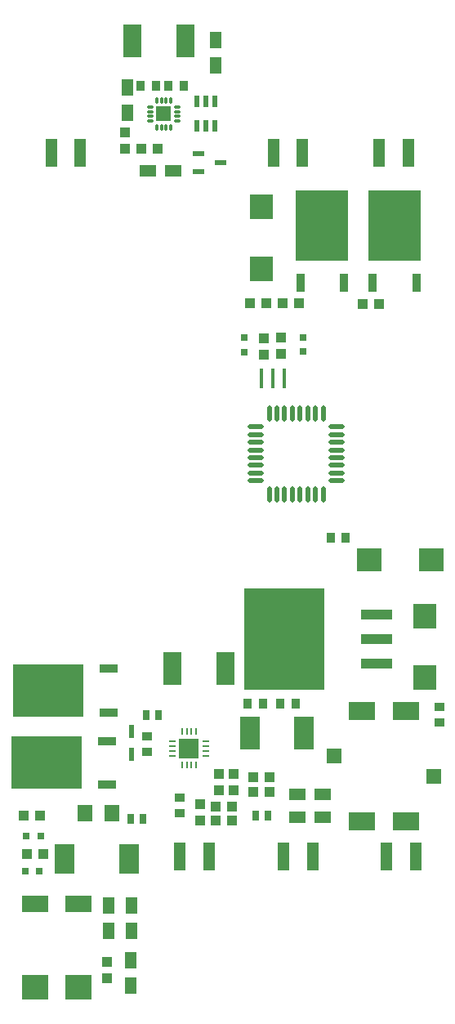
<source format=gtp>
G04 Layer_Color=8421504*
%FSLAX25Y25*%
%MOIN*%
G70*
G01*
G75*
%ADD10R,0.03740X0.03937*%
%ADD11R,0.01575X0.07874*%
%ADD12R,0.04331X0.03937*%
%ADD13R,0.21654X0.29134*%
%ADD14R,0.03740X0.07480*%
%ADD15R,0.09449X0.10236*%
%ADD16R,0.04843X0.07087*%
%ADD17R,0.04528X0.02362*%
%ADD18R,0.03937X0.04331*%
%ADD19R,0.07087X0.04843*%
%ADD20O,0.02953X0.01181*%
%ADD21O,0.01181X0.02953*%
%ADD22R,0.06496X0.06496*%
%ADD23R,0.02284X0.04803*%
%ADD24R,0.05000X0.11496*%
%ADD25R,0.07205X0.13504*%
%ADD26R,0.10236X0.09449*%
%ADD27R,0.03937X0.03740*%
%ADD28R,0.02756X0.03937*%
%ADD29R,0.03150X0.03150*%
%ADD30R,0.07874X0.12402*%
%ADD31R,0.02165X0.05709*%
%ADD32R,0.03150X0.03150*%
%ADD33R,0.11024X0.10236*%
%ADD34R,0.11024X0.06693*%
%ADD35R,0.07480X0.03740*%
%ADD36R,0.29134X0.21654*%
%ADD37R,0.06299X0.07087*%
%ADD38R,0.08465X0.13386*%
%ADD39R,0.06201X0.06201*%
%ADD40R,0.11024X0.07480*%
%ADD41O,0.02165X0.06496*%
%ADD42O,0.06496X0.02165*%
%ADD43R,0.12992X0.04134*%
%ADD44R,0.33071X0.41339*%
%ADD45R,0.01102X0.03150*%
%ADD46R,0.03150X0.01102*%
%ADD47R,0.08425X0.08425*%
D10*
X54232Y375886D02*
D03*
X60532D02*
D03*
X65551Y375886D02*
D03*
X71850D02*
D03*
X137992Y191732D02*
D03*
X131693D02*
D03*
X111122Y123917D02*
D03*
X117421D02*
D03*
X104232D02*
D03*
X97933D02*
D03*
D11*
X108169Y256594D02*
D03*
X112894D02*
D03*
X103445D02*
D03*
D12*
X112106Y287205D02*
D03*
X118799D02*
D03*
X54528Y350394D02*
D03*
X61221D02*
D03*
X144980Y286910D02*
D03*
X151673D02*
D03*
X105512Y287205D02*
D03*
X98819D02*
D03*
X14469Y62599D02*
D03*
X7776D02*
D03*
X100295Y94095D02*
D03*
X106988D02*
D03*
X13091Y78248D02*
D03*
X6398D02*
D03*
X106890Y87894D02*
D03*
X100197D02*
D03*
X84843Y82087D02*
D03*
X91536D02*
D03*
X91536Y76280D02*
D03*
X84843D02*
D03*
D13*
X128347Y318898D02*
D03*
X157874D02*
D03*
D14*
X137323Y295473D02*
D03*
X119370D02*
D03*
X148898Y295669D02*
D03*
X166850D02*
D03*
D15*
X103445Y301280D02*
D03*
Y326476D02*
D03*
X170276Y134547D02*
D03*
Y159744D02*
D03*
D16*
X49016Y375433D02*
D03*
Y365118D02*
D03*
X84941Y394724D02*
D03*
Y384409D02*
D03*
X50394Y31358D02*
D03*
Y41673D02*
D03*
X41142Y31358D02*
D03*
Y41673D02*
D03*
X50099Y19331D02*
D03*
Y9016D02*
D03*
D17*
X86713Y344685D02*
D03*
X77854Y340945D02*
D03*
Y348425D02*
D03*
D18*
X47736Y357087D02*
D03*
Y350394D02*
D03*
X104528Y266437D02*
D03*
Y273130D02*
D03*
X40650Y11909D02*
D03*
Y18602D02*
D03*
X86024Y95276D02*
D03*
Y88583D02*
D03*
X92225Y88681D02*
D03*
Y95374D02*
D03*
X78543Y76280D02*
D03*
Y82973D02*
D03*
X111516Y266634D02*
D03*
Y273327D02*
D03*
D19*
X57146Y341339D02*
D03*
X67461D02*
D03*
X118071Y86910D02*
D03*
X128386D02*
D03*
X118071Y77559D02*
D03*
X128386D02*
D03*
D20*
X58169Y367421D02*
D03*
Y365453D02*
D03*
Y363484D02*
D03*
Y361516D02*
D03*
X69193D02*
D03*
Y363484D02*
D03*
Y365453D02*
D03*
Y367421D02*
D03*
D21*
X60728Y358957D02*
D03*
X62697D02*
D03*
X64665D02*
D03*
X66634D02*
D03*
Y369980D02*
D03*
X64665D02*
D03*
X62697D02*
D03*
X60728D02*
D03*
D22*
X63681Y364469D02*
D03*
D23*
X84646Y359547D02*
D03*
X80906D02*
D03*
X77165D02*
D03*
Y369783D02*
D03*
X80906D02*
D03*
X84646D02*
D03*
D24*
X120169Y348642D02*
D03*
X108358D02*
D03*
X17807D02*
D03*
X29618D02*
D03*
X163476D02*
D03*
X151665D02*
D03*
X154634Y61594D02*
D03*
X166445D02*
D03*
X112606Y61693D02*
D03*
X124417D02*
D03*
X70284D02*
D03*
X82095D02*
D03*
D25*
X72618Y394390D02*
D03*
X50807D02*
D03*
X67146Y138189D02*
D03*
X88957D02*
D03*
D26*
X172736Y182480D02*
D03*
X147539D02*
D03*
D27*
X176181Y122638D02*
D03*
Y116339D02*
D03*
X56988Y110630D02*
D03*
Y104331D02*
D03*
X70177Y79232D02*
D03*
Y85532D02*
D03*
D28*
X50197Y77067D02*
D03*
X55315D02*
D03*
X101181Y78248D02*
D03*
X106299D02*
D03*
X56398Y119390D02*
D03*
X61516D02*
D03*
D29*
X96654Y273228D02*
D03*
Y267323D02*
D03*
X120374Y273425D02*
D03*
Y267520D02*
D03*
D30*
X49488Y60728D02*
D03*
X23150D02*
D03*
D31*
X50492Y112697D02*
D03*
Y103445D02*
D03*
D32*
X7087Y55512D02*
D03*
X12992D02*
D03*
X13386Y69882D02*
D03*
X7480D02*
D03*
D33*
X11220Y8366D02*
D03*
X28937D02*
D03*
D34*
X11220Y42421D02*
D03*
X28937D02*
D03*
D35*
X40453Y90827D02*
D03*
Y108780D02*
D03*
X41240Y120453D02*
D03*
Y138406D02*
D03*
D36*
X15846Y99803D02*
D03*
X16634Y129429D02*
D03*
D37*
X42421Y79232D02*
D03*
X31398D02*
D03*
D38*
X98917Y112008D02*
D03*
X120768D02*
D03*
D39*
X174016Y94173D02*
D03*
X133071Y102677D02*
D03*
D40*
X144488Y75984D02*
D03*
X162599D02*
D03*
X144488Y120866D02*
D03*
X162599D02*
D03*
D41*
X128740Y242421D02*
D03*
X125591D02*
D03*
X122441D02*
D03*
X119291D02*
D03*
X116142D02*
D03*
X112992D02*
D03*
X109843D02*
D03*
X106693D02*
D03*
Y209350D02*
D03*
X109843D02*
D03*
X112992D02*
D03*
X116142D02*
D03*
X119291D02*
D03*
X122441D02*
D03*
X125591D02*
D03*
X128740D02*
D03*
D42*
X101181Y236910D02*
D03*
Y233760D02*
D03*
Y230610D02*
D03*
Y227461D02*
D03*
Y224311D02*
D03*
Y221162D02*
D03*
Y218012D02*
D03*
Y214862D02*
D03*
X134252D02*
D03*
Y218012D02*
D03*
Y221162D02*
D03*
Y224311D02*
D03*
Y227461D02*
D03*
Y230610D02*
D03*
Y233760D02*
D03*
Y236910D02*
D03*
D43*
X150492Y140394D02*
D03*
Y150394D02*
D03*
Y160394D02*
D03*
D44*
X112894Y150394D02*
D03*
D45*
X71063Y98819D02*
D03*
X73032D02*
D03*
X75000D02*
D03*
X76969D02*
D03*
Y112599D02*
D03*
X75000D02*
D03*
X73032D02*
D03*
X71063D02*
D03*
D46*
X80906Y102756D02*
D03*
Y104725D02*
D03*
Y106693D02*
D03*
Y108661D02*
D03*
X67126D02*
D03*
Y106693D02*
D03*
Y104725D02*
D03*
Y102756D02*
D03*
D47*
X74016Y105709D02*
D03*
M02*

</source>
